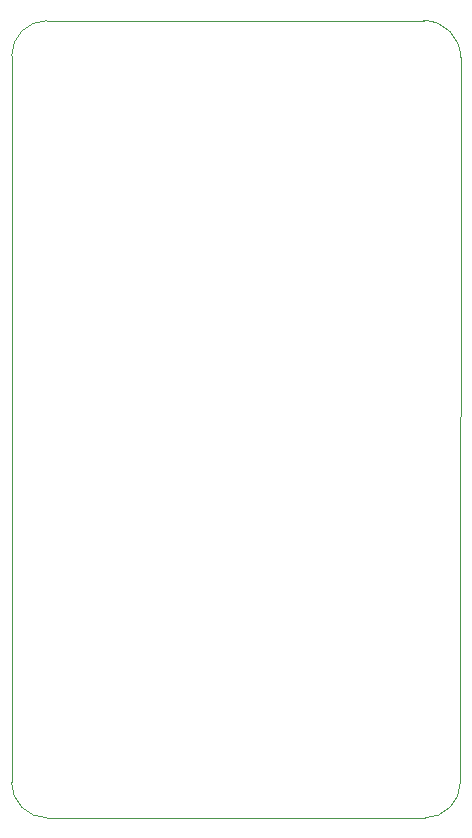
<source format=gm1>
%TF.GenerationSoftware,KiCad,Pcbnew,8.0.1-8.0.1-1~ubuntu22.04.1*%
%TF.CreationDate,2024-04-21T23:11:14-04:00*%
%TF.ProjectId,arm_drive_j2,61726d5f-6472-4697-9665-5f6a322e6b69,rev?*%
%TF.SameCoordinates,Original*%
%TF.FileFunction,Profile,NP*%
%FSLAX46Y46*%
G04 Gerber Fmt 4.6, Leading zero omitted, Abs format (unit mm)*
G04 Created by KiCad (PCBNEW 8.0.1-8.0.1-1~ubuntu22.04.1) date 2024-04-21 23:11:14*
%MOMM*%
%LPD*%
G01*
G04 APERTURE LIST*
%TA.AperFunction,Profile*%
%ADD10C,0.050000*%
%TD*%
G04 APERTURE END LIST*
D10*
X15000000Y-79500000D02*
X15000000Y-18000000D01*
X49900000Y-15000000D02*
G75*
G02*
X53021300Y-18121320I0J-3121300D01*
G01*
X18000000Y-15000000D02*
X49900000Y-15000000D01*
X15000000Y-18000000D02*
G75*
G02*
X18000000Y-15000000I3000000J0D01*
G01*
X53021320Y-18121320D02*
X53000000Y-79500000D01*
X53000000Y-79500000D02*
G75*
G02*
X50000000Y-82500000I-3000000J0D01*
G01*
X18000000Y-82500000D02*
G75*
G02*
X15000000Y-79500000I0J3000000D01*
G01*
X50000000Y-82500000D02*
X18000000Y-82500000D01*
M02*

</source>
